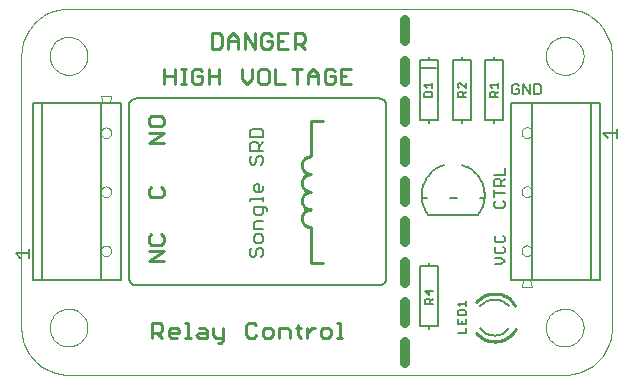
<source format=gto>
G75*
G70*
%OFA0B0*%
%FSLAX24Y24*%
%IPPOS*%
%LPD*%
%AMOC8*
5,1,8,0,0,1.08239X$1,22.5*
%
%ADD10C,0.0060*%
%ADD11C,0.0090*%
%ADD12C,0.0080*%
%ADD13C,0.0320*%
%ADD14C,0.0100*%
%ADD15C,0.0050*%
%ADD16C,0.0030*%
%ADD17C,0.0000*%
D10*
X003516Y006565D02*
X003516Y012471D01*
X003807Y012471D01*
X003807Y006565D01*
X003516Y006565D01*
X003807Y006565D02*
X005788Y006565D01*
X005788Y012471D01*
X005841Y012471D01*
X006073Y012471D01*
X006469Y012471D01*
X006469Y006565D01*
X005788Y006565D01*
X005788Y012471D02*
X003807Y012471D01*
X018899Y010091D02*
X019240Y010091D01*
X019240Y010318D01*
X019240Y009950D02*
X019126Y009836D01*
X019126Y009893D02*
X019126Y009723D01*
X019240Y009723D02*
X018899Y009723D01*
X018899Y009893D01*
X018956Y009950D01*
X019070Y009950D01*
X019126Y009893D01*
X018899Y009581D02*
X018899Y009354D01*
X018899Y009468D02*
X019240Y009468D01*
X019183Y009213D02*
X019240Y009156D01*
X019240Y009043D01*
X019183Y008986D01*
X018956Y008986D01*
X018899Y009043D01*
X018899Y009156D01*
X018956Y009213D01*
X018968Y008059D02*
X018911Y008002D01*
X018911Y007889D01*
X018968Y007832D01*
X019195Y007832D01*
X019251Y007889D01*
X019251Y008002D01*
X019195Y008059D01*
X019195Y007691D02*
X019251Y007634D01*
X019251Y007521D01*
X019195Y007464D01*
X018968Y007464D01*
X018911Y007521D01*
X018911Y007634D01*
X018968Y007691D01*
X018911Y007322D02*
X019138Y007322D01*
X019251Y007209D01*
X019138Y007096D01*
X018911Y007096D01*
X019471Y006568D02*
X019867Y006568D01*
X020099Y006568D01*
X020153Y006568D01*
X020153Y012474D01*
X022133Y012474D01*
X022133Y006568D01*
X020153Y006568D01*
X019471Y006568D02*
X019471Y012474D01*
X020153Y012474D01*
X020092Y012761D02*
X020092Y013101D01*
X020233Y013101D02*
X020403Y013101D01*
X020460Y013045D01*
X020460Y012818D01*
X020403Y012761D01*
X020233Y012761D01*
X020233Y013101D01*
X019865Y013101D02*
X020092Y012761D01*
X019865Y012761D02*
X019865Y013101D01*
X019723Y013045D02*
X019667Y013101D01*
X019553Y013101D01*
X019497Y013045D01*
X019497Y012818D01*
X019553Y012761D01*
X019667Y012761D01*
X019723Y012818D01*
X019723Y012931D01*
X019610Y012931D01*
X022133Y012474D02*
X022424Y012474D01*
X022424Y006568D01*
X022133Y006568D01*
X018906Y004725D02*
X018859Y004727D01*
X018811Y004733D01*
X018765Y004742D01*
X018719Y004755D01*
X018675Y004771D01*
X018631Y004792D01*
X018590Y004815D01*
X018551Y004841D01*
X018514Y004871D01*
X018479Y004904D01*
X018447Y004939D01*
X018418Y004976D01*
X018906Y005925D02*
X018951Y005923D01*
X018997Y005918D01*
X019041Y005910D01*
X019085Y005898D01*
X019128Y005882D01*
X019170Y005864D01*
X019210Y005842D01*
X019248Y005818D01*
X019284Y005791D01*
X019319Y005761D01*
X019350Y005728D01*
X019380Y005693D01*
X018906Y005925D02*
X018861Y005923D01*
X018815Y005918D01*
X018771Y005910D01*
X018727Y005898D01*
X018684Y005882D01*
X018642Y005864D01*
X018602Y005842D01*
X018564Y005818D01*
X018528Y005791D01*
X018493Y005761D01*
X018462Y005728D01*
X018432Y005693D01*
X018906Y004725D02*
X018952Y004727D01*
X018998Y004732D01*
X019044Y004741D01*
X019089Y004753D01*
X019132Y004769D01*
X019174Y004788D01*
X019215Y004811D01*
X019254Y004836D01*
X019290Y004864D01*
X019325Y004895D01*
X019357Y004929D01*
X019386Y004965D01*
D11*
X013838Y004645D02*
X013667Y004645D01*
X013752Y004645D02*
X013752Y005155D01*
X013667Y005155D01*
X013455Y004900D02*
X013370Y004985D01*
X013200Y004985D01*
X013115Y004900D01*
X013115Y004730D01*
X013200Y004645D01*
X013370Y004645D01*
X013455Y004730D01*
X013455Y004900D01*
X012910Y004985D02*
X012825Y004985D01*
X012655Y004815D01*
X012655Y004645D02*
X012655Y004985D01*
X012456Y004985D02*
X012286Y004985D01*
X012371Y005070D02*
X012371Y004730D01*
X012456Y004645D01*
X012074Y004645D02*
X012074Y004900D01*
X011989Y004985D01*
X011734Y004985D01*
X011734Y004645D01*
X011522Y004730D02*
X011522Y004900D01*
X011437Y004985D01*
X011266Y004985D01*
X011181Y004900D01*
X011181Y004730D01*
X011266Y004645D01*
X011437Y004645D01*
X011522Y004730D01*
X010969Y004730D02*
X010884Y004645D01*
X010714Y004645D01*
X010629Y004730D01*
X010629Y005070D01*
X010714Y005155D01*
X010884Y005155D01*
X010969Y005070D01*
X009864Y004985D02*
X009864Y004560D01*
X009779Y004475D01*
X009694Y004475D01*
X009609Y004645D02*
X009864Y004645D01*
X009609Y004645D02*
X009524Y004730D01*
X009524Y004985D01*
X009312Y004900D02*
X009312Y004645D01*
X009056Y004645D01*
X008971Y004730D01*
X009056Y004815D01*
X009312Y004815D01*
X009312Y004900D02*
X009227Y004985D01*
X009056Y004985D01*
X008688Y005155D02*
X008688Y004645D01*
X008603Y004645D02*
X008773Y004645D01*
X008391Y004815D02*
X008051Y004815D01*
X008051Y004730D02*
X008051Y004900D01*
X008136Y004985D01*
X008306Y004985D01*
X008391Y004900D01*
X008391Y004815D01*
X008306Y004645D02*
X008136Y004645D01*
X008051Y004730D01*
X007838Y004645D02*
X007668Y004815D01*
X007753Y004815D02*
X007498Y004815D01*
X007498Y004645D02*
X007498Y005155D01*
X007753Y005155D01*
X007838Y005070D01*
X007838Y004900D01*
X007753Y004815D01*
X008603Y005155D02*
X008688Y005155D01*
X007883Y007206D02*
X007373Y007206D01*
X007883Y007546D01*
X007373Y007546D01*
X007458Y007759D02*
X007798Y007759D01*
X007883Y007844D01*
X007883Y008014D01*
X007798Y008099D01*
X007458Y008099D02*
X007373Y008014D01*
X007373Y007844D01*
X007458Y007759D01*
X007458Y009333D02*
X007798Y009333D01*
X007883Y009418D01*
X007883Y009589D01*
X007798Y009674D01*
X007458Y009674D02*
X007373Y009589D01*
X007373Y009418D01*
X007458Y009333D01*
X007373Y011143D02*
X007883Y011483D01*
X007373Y011483D01*
X007458Y011696D02*
X007798Y011696D01*
X007883Y011781D01*
X007883Y011951D01*
X007798Y012036D01*
X007458Y012036D01*
X007373Y011951D01*
X007373Y011781D01*
X007458Y011696D01*
X007373Y011143D02*
X007883Y011143D01*
X007904Y013106D02*
X007904Y013617D01*
X008244Y013617D02*
X008244Y013106D01*
X008457Y013106D02*
X008627Y013106D01*
X008542Y013106D02*
X008542Y013617D01*
X008457Y013617D02*
X008627Y013617D01*
X008825Y013532D02*
X008825Y013191D01*
X008910Y013106D01*
X009080Y013106D01*
X009165Y013191D01*
X009165Y013362D01*
X008995Y013362D01*
X009165Y013532D02*
X009080Y013617D01*
X008910Y013617D01*
X008825Y013532D01*
X009377Y013617D02*
X009377Y013106D01*
X009377Y013362D02*
X009718Y013362D01*
X009718Y013617D02*
X009718Y013106D01*
X010482Y013276D02*
X010482Y013617D01*
X010823Y013617D02*
X010823Y013276D01*
X010652Y013106D01*
X010482Y013276D01*
X011035Y013191D02*
X011120Y013106D01*
X011290Y013106D01*
X011375Y013191D01*
X011375Y013532D01*
X011290Y013617D01*
X011120Y013617D01*
X011035Y013532D01*
X011035Y013191D01*
X011587Y013106D02*
X011927Y013106D01*
X011587Y013106D02*
X011587Y013617D01*
X012140Y013617D02*
X012480Y013617D01*
X012310Y013617D02*
X012310Y013106D01*
X012692Y013106D02*
X012692Y013447D01*
X012862Y013617D01*
X013032Y013447D01*
X013032Y013106D01*
X013245Y013191D02*
X013330Y013106D01*
X013500Y013106D01*
X013585Y013191D01*
X013585Y013362D01*
X013415Y013362D01*
X013585Y013532D02*
X013500Y013617D01*
X013330Y013617D01*
X013245Y013532D01*
X013245Y013191D01*
X013032Y013362D02*
X012692Y013362D01*
X013797Y013362D02*
X013967Y013362D01*
X013797Y013617D02*
X013797Y013106D01*
X014137Y013106D01*
X014137Y013617D02*
X013797Y013617D01*
X012582Y014287D02*
X012411Y014458D01*
X012496Y014458D02*
X012241Y014458D01*
X012241Y014287D02*
X012241Y014798D01*
X012496Y014798D01*
X012582Y014713D01*
X012582Y014543D01*
X012496Y014458D01*
X012029Y014287D02*
X011689Y014287D01*
X011689Y014798D01*
X012029Y014798D01*
X011859Y014543D02*
X011689Y014543D01*
X011477Y014543D02*
X011477Y014372D01*
X011391Y014287D01*
X011221Y014287D01*
X011136Y014372D01*
X011136Y014713D01*
X011221Y014798D01*
X011391Y014798D01*
X011477Y014713D01*
X011477Y014543D02*
X011306Y014543D01*
X010924Y014287D02*
X010924Y014798D01*
X010584Y014798D02*
X010924Y014287D01*
X010584Y014287D02*
X010584Y014798D01*
X010372Y014628D02*
X010372Y014287D01*
X010372Y014543D02*
X010031Y014543D01*
X010031Y014628D02*
X010031Y014287D01*
X009819Y014372D02*
X009819Y014713D01*
X009734Y014798D01*
X009479Y014798D01*
X009479Y014287D01*
X009734Y014287D01*
X009819Y014372D01*
X010031Y014628D02*
X010201Y014798D01*
X010372Y014628D01*
X008244Y013362D02*
X007904Y013362D01*
D12*
X006957Y012628D02*
X015060Y012628D01*
X015089Y012626D01*
X015117Y012621D01*
X015145Y012612D01*
X015172Y012601D01*
X015196Y012586D01*
X015219Y012568D01*
X015240Y012547D01*
X015258Y012524D01*
X015273Y012500D01*
X015284Y012473D01*
X015293Y012445D01*
X015298Y012417D01*
X015300Y012388D01*
X015300Y006648D01*
X015298Y006619D01*
X015293Y006591D01*
X015284Y006563D01*
X015273Y006536D01*
X015258Y006512D01*
X015240Y006489D01*
X015219Y006468D01*
X015196Y006450D01*
X015172Y006435D01*
X015145Y006424D01*
X015117Y006415D01*
X015089Y006410D01*
X015060Y006408D01*
X006957Y006408D01*
X006928Y006410D01*
X006900Y006415D01*
X006872Y006424D01*
X006845Y006435D01*
X006821Y006450D01*
X006798Y006468D01*
X006777Y006489D01*
X006759Y006512D01*
X006744Y006536D01*
X006733Y006563D01*
X006724Y006591D01*
X006719Y006619D01*
X006717Y006648D01*
X006717Y012388D01*
X006719Y012417D01*
X006724Y012445D01*
X006733Y012473D01*
X006744Y012500D01*
X006759Y012524D01*
X006777Y012547D01*
X006798Y012568D01*
X006821Y012586D01*
X006845Y012601D01*
X006872Y012612D01*
X006900Y012621D01*
X006928Y012626D01*
X006957Y012628D01*
X010760Y011554D02*
X010760Y011344D01*
X011180Y011344D01*
X011180Y011554D01*
X011110Y011624D01*
X010830Y011624D01*
X010760Y011554D01*
X010830Y011163D02*
X010760Y011093D01*
X010760Y010883D01*
X011180Y010883D01*
X011040Y010883D02*
X011040Y011093D01*
X010970Y011163D01*
X010830Y011163D01*
X011040Y011023D02*
X011180Y011163D01*
X011110Y010703D02*
X011040Y010703D01*
X010970Y010633D01*
X010970Y010493D01*
X010900Y010423D01*
X010830Y010423D01*
X010760Y010493D01*
X010760Y010633D01*
X010830Y010703D01*
X011110Y010703D02*
X011180Y010633D01*
X011180Y010493D01*
X011110Y010423D01*
X011040Y009782D02*
X011040Y009502D01*
X010970Y009502D02*
X010900Y009572D01*
X010900Y009712D01*
X010970Y009782D01*
X011040Y009782D01*
X011180Y009712D02*
X011180Y009572D01*
X011110Y009502D01*
X010970Y009502D01*
X011180Y009335D02*
X011180Y009195D01*
X011180Y009265D02*
X010760Y009265D01*
X010760Y009195D01*
X010900Y009015D02*
X010900Y008805D01*
X010970Y008735D01*
X011110Y008735D01*
X011180Y008805D01*
X011180Y009015D01*
X011251Y009015D02*
X010900Y009015D01*
X011251Y009015D02*
X011321Y008945D01*
X011321Y008875D01*
X011180Y008555D02*
X010970Y008555D01*
X010900Y008484D01*
X010900Y008274D01*
X011180Y008274D01*
X011110Y008094D02*
X010970Y008094D01*
X010900Y008024D01*
X010900Y007884D01*
X010970Y007814D01*
X011110Y007814D01*
X011180Y007884D01*
X011180Y008024D01*
X011110Y008094D01*
X011110Y007634D02*
X011040Y007634D01*
X010970Y007564D01*
X010970Y007424D01*
X010900Y007354D01*
X010830Y007354D01*
X010760Y007424D01*
X010760Y007564D01*
X010830Y007634D01*
X011110Y007634D02*
X011180Y007564D01*
X011180Y007424D01*
X011110Y007354D01*
X016409Y007038D02*
X016409Y005038D01*
X016709Y005038D01*
X016709Y004938D01*
X016709Y005038D02*
X017009Y005038D01*
X017009Y007038D01*
X016709Y007038D01*
X016709Y007138D01*
X016709Y007038D02*
X016409Y007038D01*
X016709Y011800D02*
X016709Y011900D01*
X016409Y011900D01*
X016409Y013900D01*
X016709Y013900D01*
X016709Y014000D01*
X016709Y013900D02*
X017009Y013900D01*
X017009Y011900D01*
X016709Y011900D01*
X017524Y011900D02*
X017824Y011900D01*
X017824Y011800D01*
X017824Y011900D02*
X018124Y011900D01*
X018124Y013900D01*
X017824Y013900D01*
X017824Y014000D01*
X017824Y013900D02*
X017524Y013900D01*
X017524Y011900D01*
X018591Y011900D02*
X018891Y011900D01*
X018891Y011800D01*
X018891Y011900D02*
X019191Y011900D01*
X019191Y013900D01*
X018891Y013900D01*
X018891Y014000D01*
X018891Y013900D02*
X018591Y013900D01*
X018591Y011900D01*
X016959Y013650D02*
X016459Y013650D01*
D13*
X015930Y013887D02*
X015930Y013187D01*
X015930Y012547D02*
X015930Y011848D01*
X015930Y011208D02*
X015930Y010508D01*
X015930Y009868D02*
X015930Y009168D01*
X015930Y008528D02*
X015930Y007828D01*
X015930Y007188D02*
X015930Y006489D01*
X015930Y005849D02*
X015930Y005149D01*
X015930Y004509D02*
X015930Y003809D01*
X015930Y014527D02*
X015930Y015227D01*
D14*
X013174Y011880D02*
X012780Y011880D01*
X012780Y010699D01*
X012747Y010697D01*
X012714Y010692D01*
X012683Y010682D01*
X012652Y010670D01*
X012623Y010654D01*
X012596Y010635D01*
X012571Y010613D01*
X012549Y010588D01*
X012530Y010561D01*
X012514Y010532D01*
X012502Y010501D01*
X012492Y010470D01*
X012487Y010437D01*
X012485Y010404D01*
X012487Y010371D01*
X012492Y010338D01*
X012502Y010307D01*
X012514Y010276D01*
X012530Y010247D01*
X012549Y010220D01*
X012571Y010195D01*
X012596Y010173D01*
X012623Y010154D01*
X012652Y010138D01*
X012683Y010126D01*
X012714Y010116D01*
X012747Y010111D01*
X012780Y010109D01*
X012780Y010108D02*
X012747Y010106D01*
X012714Y010101D01*
X012683Y010091D01*
X012652Y010079D01*
X012623Y010063D01*
X012596Y010044D01*
X012571Y010022D01*
X012549Y009997D01*
X012530Y009970D01*
X012514Y009941D01*
X012502Y009910D01*
X012492Y009879D01*
X012487Y009846D01*
X012485Y009813D01*
X012487Y009780D01*
X012492Y009747D01*
X012502Y009716D01*
X012514Y009685D01*
X012530Y009656D01*
X012549Y009629D01*
X012571Y009604D01*
X012596Y009582D01*
X012623Y009563D01*
X012652Y009547D01*
X012683Y009535D01*
X012714Y009525D01*
X012747Y009520D01*
X012780Y009518D01*
X012747Y009516D01*
X012714Y009511D01*
X012683Y009501D01*
X012652Y009489D01*
X012623Y009473D01*
X012596Y009454D01*
X012571Y009432D01*
X012549Y009407D01*
X012530Y009380D01*
X012514Y009351D01*
X012502Y009320D01*
X012492Y009289D01*
X012487Y009256D01*
X012485Y009223D01*
X012487Y009190D01*
X012492Y009157D01*
X012502Y009126D01*
X012514Y009095D01*
X012530Y009066D01*
X012549Y009039D01*
X012571Y009014D01*
X012596Y008992D01*
X012623Y008973D01*
X012652Y008957D01*
X012683Y008945D01*
X012714Y008935D01*
X012747Y008930D01*
X012780Y008928D01*
X012780Y008927D02*
X012747Y008925D01*
X012714Y008920D01*
X012683Y008910D01*
X012652Y008898D01*
X012623Y008882D01*
X012596Y008863D01*
X012571Y008841D01*
X012549Y008816D01*
X012530Y008789D01*
X012514Y008760D01*
X012502Y008729D01*
X012492Y008698D01*
X012487Y008665D01*
X012485Y008632D01*
X012487Y008599D01*
X012492Y008566D01*
X012502Y008535D01*
X012514Y008504D01*
X012530Y008475D01*
X012549Y008448D01*
X012571Y008423D01*
X012596Y008401D01*
X012623Y008382D01*
X012652Y008366D01*
X012683Y008354D01*
X012714Y008344D01*
X012747Y008339D01*
X012780Y008337D01*
X012780Y007156D01*
X013174Y007156D01*
X018906Y004525D02*
X018960Y004527D01*
X019014Y004532D01*
X019067Y004541D01*
X019120Y004554D01*
X019171Y004570D01*
X019221Y004590D01*
X019270Y004613D01*
X019318Y004639D01*
X019363Y004668D01*
X019406Y004701D01*
X019447Y004736D01*
X019486Y004774D01*
X019522Y004814D01*
X019555Y004857D01*
X019585Y004902D01*
X019612Y004949D01*
X019601Y005722D02*
X019571Y005770D01*
X019538Y005815D01*
X019502Y005858D01*
X019464Y005899D01*
X019422Y005936D01*
X019378Y005971D01*
X019332Y006002D01*
X019283Y006031D01*
X019233Y006055D01*
X019181Y006076D01*
X019127Y006094D01*
X019073Y006107D01*
X019018Y006117D01*
X018962Y006123D01*
X018906Y006125D01*
X018853Y006123D01*
X018799Y006118D01*
X018747Y006109D01*
X018695Y006097D01*
X018644Y006081D01*
X018594Y006062D01*
X018545Y006039D01*
X018498Y006013D01*
X018453Y005985D01*
X018410Y005953D01*
X018370Y005919D01*
X018331Y005881D01*
X018295Y005842D01*
X018291Y004813D02*
X018327Y004773D01*
X018366Y004735D01*
X018407Y004700D01*
X018450Y004668D01*
X018495Y004638D01*
X018542Y004612D01*
X018591Y004590D01*
X018642Y004570D01*
X018693Y004554D01*
X018745Y004541D01*
X018799Y004532D01*
X018852Y004527D01*
X018906Y004525D01*
D15*
X017948Y004811D02*
X017948Y004992D01*
X017948Y005106D02*
X017678Y005106D01*
X017678Y005286D01*
X017678Y005401D02*
X017678Y005536D01*
X017723Y005581D01*
X017903Y005581D01*
X017948Y005536D01*
X017948Y005401D01*
X017678Y005401D01*
X017813Y005196D02*
X017813Y005106D01*
X017948Y005106D02*
X017948Y005286D01*
X017948Y005695D02*
X017948Y005876D01*
X017948Y005785D02*
X017678Y005785D01*
X017768Y005695D01*
X016854Y005773D02*
X016584Y005773D01*
X016584Y005908D01*
X016629Y005954D01*
X016719Y005954D01*
X016764Y005908D01*
X016764Y005773D01*
X016764Y005863D02*
X016854Y005954D01*
X016719Y006068D02*
X016719Y006248D01*
X016584Y006203D02*
X016719Y006068D01*
X016854Y006203D02*
X016584Y006203D01*
X017678Y004811D02*
X017948Y004811D01*
X018353Y008750D02*
X016704Y008750D01*
X016641Y009300D02*
X016483Y009300D01*
X017416Y009300D02*
X017641Y009300D01*
X016703Y008750D02*
X016668Y008798D01*
X016635Y008848D01*
X016604Y008900D01*
X016577Y008954D01*
X016553Y009009D01*
X016533Y009066D01*
X016515Y009123D01*
X016501Y009181D01*
X016490Y009240D01*
X016483Y009300D01*
X017838Y010403D02*
X017898Y010383D01*
X017957Y010359D01*
X018014Y010331D01*
X018069Y010300D01*
X018123Y010265D01*
X018174Y010228D01*
X018223Y010187D01*
X018269Y010143D01*
X018313Y010097D01*
X018354Y010048D01*
X018392Y009997D01*
X018426Y009944D01*
X018458Y009888D01*
X018485Y009831D01*
X018510Y009772D01*
X018530Y009712D01*
X018548Y009651D01*
X018561Y009589D01*
X018570Y009526D01*
X018576Y009463D01*
X018578Y009399D01*
X018576Y009335D01*
X018570Y009272D01*
X018561Y009209D01*
X018547Y009147D01*
X018530Y009086D01*
X018509Y009026D01*
X018485Y008967D01*
X018457Y008910D01*
X018425Y008854D01*
X018390Y008801D01*
X018353Y008750D01*
X018416Y009300D02*
X018574Y009300D01*
X017218Y010403D02*
X017159Y010383D01*
X017102Y010360D01*
X017045Y010333D01*
X016991Y010302D01*
X016938Y010269D01*
X016888Y010232D01*
X016839Y010193D01*
X016794Y010150D01*
X016750Y010105D01*
X016710Y010058D01*
X016672Y010008D01*
X016637Y009956D01*
X016606Y009902D01*
X016578Y009847D01*
X016553Y009790D01*
X016532Y009731D01*
X016514Y009671D01*
X016499Y009610D01*
X016489Y009549D01*
X016482Y009487D01*
X016478Y009425D01*
X016479Y009362D01*
X016483Y009300D01*
X016564Y012675D02*
X016564Y012810D01*
X016609Y012855D01*
X016789Y012855D01*
X016834Y012810D01*
X016834Y012675D01*
X016564Y012675D01*
X016654Y012970D02*
X016564Y013060D01*
X016834Y013060D01*
X016834Y012970D02*
X016834Y013150D01*
X017678Y013105D02*
X017678Y013015D01*
X017723Y012970D01*
X017723Y012855D02*
X017814Y012855D01*
X017859Y012810D01*
X017859Y012675D01*
X017949Y012675D02*
X017678Y012675D01*
X017678Y012810D01*
X017723Y012855D01*
X017859Y012765D02*
X017949Y012855D01*
X017949Y012970D02*
X017768Y013150D01*
X017723Y013150D01*
X017678Y013105D01*
X017949Y013150D02*
X017949Y012970D01*
X018745Y013060D02*
X018835Y012970D01*
X018790Y012855D02*
X018880Y012855D01*
X018925Y012810D01*
X018925Y012675D01*
X018925Y012765D02*
X019016Y012855D01*
X019016Y012970D02*
X019016Y013150D01*
X019016Y013060D02*
X018745Y013060D01*
X018790Y012855D02*
X018745Y012810D01*
X018745Y012675D01*
X019016Y012675D01*
X022539Y011468D02*
X022990Y011468D01*
X022990Y011618D02*
X022990Y011317D01*
X022689Y011317D02*
X022539Y011468D01*
X003400Y007611D02*
X003400Y007311D01*
X003400Y007461D02*
X002950Y007461D01*
X003100Y007311D01*
D16*
X005780Y007549D02*
X005782Y007575D01*
X005788Y007601D01*
X005798Y007626D01*
X005811Y007649D01*
X005827Y007669D01*
X005847Y007687D01*
X005869Y007702D01*
X005892Y007714D01*
X005918Y007722D01*
X005944Y007726D01*
X005970Y007726D01*
X005996Y007722D01*
X006022Y007714D01*
X006046Y007702D01*
X006067Y007687D01*
X006087Y007669D01*
X006103Y007649D01*
X006116Y007626D01*
X006126Y007601D01*
X006132Y007575D01*
X006134Y007549D01*
X006132Y007523D01*
X006126Y007497D01*
X006116Y007472D01*
X006103Y007449D01*
X006087Y007429D01*
X006067Y007411D01*
X006045Y007396D01*
X006022Y007384D01*
X005996Y007376D01*
X005970Y007372D01*
X005944Y007372D01*
X005918Y007376D01*
X005892Y007384D01*
X005868Y007396D01*
X005847Y007411D01*
X005827Y007429D01*
X005811Y007449D01*
X005798Y007472D01*
X005788Y007497D01*
X005782Y007523D01*
X005780Y007549D01*
X005780Y009518D02*
X005782Y009544D01*
X005788Y009570D01*
X005798Y009595D01*
X005811Y009618D01*
X005827Y009638D01*
X005847Y009656D01*
X005869Y009671D01*
X005892Y009683D01*
X005918Y009691D01*
X005944Y009695D01*
X005970Y009695D01*
X005996Y009691D01*
X006022Y009683D01*
X006046Y009671D01*
X006067Y009656D01*
X006087Y009638D01*
X006103Y009618D01*
X006116Y009595D01*
X006126Y009570D01*
X006132Y009544D01*
X006134Y009518D01*
X006132Y009492D01*
X006126Y009466D01*
X006116Y009441D01*
X006103Y009418D01*
X006087Y009398D01*
X006067Y009380D01*
X006045Y009365D01*
X006022Y009353D01*
X005996Y009345D01*
X005970Y009341D01*
X005944Y009341D01*
X005918Y009345D01*
X005892Y009353D01*
X005868Y009365D01*
X005847Y009380D01*
X005827Y009398D01*
X005811Y009418D01*
X005798Y009441D01*
X005788Y009466D01*
X005782Y009492D01*
X005780Y009518D01*
X005780Y011486D02*
X005782Y011512D01*
X005788Y011538D01*
X005798Y011563D01*
X005811Y011586D01*
X005827Y011606D01*
X005847Y011624D01*
X005869Y011639D01*
X005892Y011651D01*
X005918Y011659D01*
X005944Y011663D01*
X005970Y011663D01*
X005996Y011659D01*
X006022Y011651D01*
X006046Y011639D01*
X006067Y011624D01*
X006087Y011606D01*
X006103Y011586D01*
X006116Y011563D01*
X006126Y011538D01*
X006132Y011512D01*
X006134Y011486D01*
X006132Y011460D01*
X006126Y011434D01*
X006116Y011409D01*
X006103Y011386D01*
X006087Y011366D01*
X006067Y011348D01*
X006045Y011333D01*
X006022Y011321D01*
X005996Y011313D01*
X005970Y011309D01*
X005944Y011309D01*
X005918Y011313D01*
X005892Y011321D01*
X005868Y011333D01*
X005847Y011348D01*
X005827Y011366D01*
X005811Y011386D01*
X005798Y011409D01*
X005788Y011434D01*
X005782Y011460D01*
X005780Y011486D01*
X005841Y012471D02*
X005780Y012699D01*
X006134Y012699D01*
X006073Y012471D01*
X019806Y011489D02*
X019808Y011515D01*
X019814Y011541D01*
X019824Y011566D01*
X019837Y011589D01*
X019853Y011609D01*
X019873Y011627D01*
X019895Y011642D01*
X019918Y011654D01*
X019944Y011662D01*
X019970Y011666D01*
X019996Y011666D01*
X020022Y011662D01*
X020048Y011654D01*
X020072Y011642D01*
X020093Y011627D01*
X020113Y011609D01*
X020129Y011589D01*
X020142Y011566D01*
X020152Y011541D01*
X020158Y011515D01*
X020160Y011489D01*
X020158Y011463D01*
X020152Y011437D01*
X020142Y011412D01*
X020129Y011389D01*
X020113Y011369D01*
X020093Y011351D01*
X020071Y011336D01*
X020048Y011324D01*
X020022Y011316D01*
X019996Y011312D01*
X019970Y011312D01*
X019944Y011316D01*
X019918Y011324D01*
X019894Y011336D01*
X019873Y011351D01*
X019853Y011369D01*
X019837Y011389D01*
X019824Y011412D01*
X019814Y011437D01*
X019808Y011463D01*
X019806Y011489D01*
X019806Y009521D02*
X019808Y009547D01*
X019814Y009573D01*
X019824Y009598D01*
X019837Y009621D01*
X019853Y009641D01*
X019873Y009659D01*
X019895Y009674D01*
X019918Y009686D01*
X019944Y009694D01*
X019970Y009698D01*
X019996Y009698D01*
X020022Y009694D01*
X020048Y009686D01*
X020072Y009674D01*
X020093Y009659D01*
X020113Y009641D01*
X020129Y009621D01*
X020142Y009598D01*
X020152Y009573D01*
X020158Y009547D01*
X020160Y009521D01*
X020158Y009495D01*
X020152Y009469D01*
X020142Y009444D01*
X020129Y009421D01*
X020113Y009401D01*
X020093Y009383D01*
X020071Y009368D01*
X020048Y009356D01*
X020022Y009348D01*
X019996Y009344D01*
X019970Y009344D01*
X019944Y009348D01*
X019918Y009356D01*
X019894Y009368D01*
X019873Y009383D01*
X019853Y009401D01*
X019837Y009421D01*
X019824Y009444D01*
X019814Y009469D01*
X019808Y009495D01*
X019806Y009521D01*
X019806Y007552D02*
X019808Y007578D01*
X019814Y007604D01*
X019824Y007629D01*
X019837Y007652D01*
X019853Y007672D01*
X019873Y007690D01*
X019895Y007705D01*
X019918Y007717D01*
X019944Y007725D01*
X019970Y007729D01*
X019996Y007729D01*
X020022Y007725D01*
X020048Y007717D01*
X020072Y007705D01*
X020093Y007690D01*
X020113Y007672D01*
X020129Y007652D01*
X020142Y007629D01*
X020152Y007604D01*
X020158Y007578D01*
X020160Y007552D01*
X020158Y007526D01*
X020152Y007500D01*
X020142Y007475D01*
X020129Y007452D01*
X020113Y007432D01*
X020093Y007414D01*
X020071Y007399D01*
X020048Y007387D01*
X020022Y007379D01*
X019996Y007375D01*
X019970Y007375D01*
X019944Y007379D01*
X019918Y007387D01*
X019894Y007399D01*
X019873Y007414D01*
X019853Y007432D01*
X019837Y007452D01*
X019824Y007475D01*
X019814Y007500D01*
X019808Y007526D01*
X019806Y007552D01*
X019867Y006568D02*
X019806Y006340D01*
X020160Y006340D01*
X020099Y006568D01*
D17*
X021245Y003416D02*
X004709Y003416D01*
X004079Y004990D02*
X004081Y005040D01*
X004087Y005090D01*
X004097Y005139D01*
X004111Y005187D01*
X004128Y005234D01*
X004149Y005279D01*
X004174Y005323D01*
X004202Y005364D01*
X004234Y005403D01*
X004268Y005440D01*
X004305Y005474D01*
X004345Y005504D01*
X004387Y005531D01*
X004431Y005555D01*
X004477Y005576D01*
X004524Y005592D01*
X004572Y005605D01*
X004622Y005614D01*
X004671Y005619D01*
X004722Y005620D01*
X004772Y005617D01*
X004821Y005610D01*
X004870Y005599D01*
X004918Y005584D01*
X004964Y005566D01*
X005009Y005544D01*
X005052Y005518D01*
X005093Y005489D01*
X005132Y005457D01*
X005168Y005422D01*
X005200Y005384D01*
X005230Y005344D01*
X005257Y005301D01*
X005280Y005257D01*
X005299Y005211D01*
X005315Y005163D01*
X005327Y005114D01*
X005335Y005065D01*
X005339Y005015D01*
X005339Y004965D01*
X005335Y004915D01*
X005327Y004866D01*
X005315Y004817D01*
X005299Y004769D01*
X005280Y004723D01*
X005257Y004679D01*
X005230Y004636D01*
X005200Y004596D01*
X005168Y004558D01*
X005132Y004523D01*
X005093Y004491D01*
X005052Y004462D01*
X005009Y004436D01*
X004964Y004414D01*
X004918Y004396D01*
X004870Y004381D01*
X004821Y004370D01*
X004772Y004363D01*
X004722Y004360D01*
X004671Y004361D01*
X004622Y004366D01*
X004572Y004375D01*
X004524Y004388D01*
X004477Y004404D01*
X004431Y004425D01*
X004387Y004449D01*
X004345Y004476D01*
X004305Y004506D01*
X004268Y004540D01*
X004234Y004577D01*
X004202Y004616D01*
X004174Y004657D01*
X004149Y004701D01*
X004128Y004746D01*
X004111Y004793D01*
X004097Y004841D01*
X004087Y004890D01*
X004081Y004940D01*
X004079Y004990D01*
X003134Y004990D02*
X003136Y004913D01*
X003142Y004836D01*
X003151Y004759D01*
X003164Y004683D01*
X003181Y004607D01*
X003202Y004533D01*
X003226Y004459D01*
X003254Y004387D01*
X003285Y004317D01*
X003320Y004248D01*
X003358Y004180D01*
X003399Y004115D01*
X003444Y004052D01*
X003492Y003991D01*
X003542Y003932D01*
X003595Y003876D01*
X003651Y003823D01*
X003710Y003773D01*
X003771Y003725D01*
X003834Y003680D01*
X003899Y003639D01*
X003967Y003601D01*
X004036Y003566D01*
X004106Y003535D01*
X004178Y003507D01*
X004252Y003483D01*
X004326Y003462D01*
X004402Y003445D01*
X004478Y003432D01*
X004555Y003423D01*
X004632Y003417D01*
X004709Y003415D01*
X003135Y004990D02*
X003135Y014046D01*
X004079Y014046D02*
X004081Y014096D01*
X004087Y014146D01*
X004097Y014195D01*
X004111Y014243D01*
X004128Y014290D01*
X004149Y014335D01*
X004174Y014379D01*
X004202Y014420D01*
X004234Y014459D01*
X004268Y014496D01*
X004305Y014530D01*
X004345Y014560D01*
X004387Y014587D01*
X004431Y014611D01*
X004477Y014632D01*
X004524Y014648D01*
X004572Y014661D01*
X004622Y014670D01*
X004671Y014675D01*
X004722Y014676D01*
X004772Y014673D01*
X004821Y014666D01*
X004870Y014655D01*
X004918Y014640D01*
X004964Y014622D01*
X005009Y014600D01*
X005052Y014574D01*
X005093Y014545D01*
X005132Y014513D01*
X005168Y014478D01*
X005200Y014440D01*
X005230Y014400D01*
X005257Y014357D01*
X005280Y014313D01*
X005299Y014267D01*
X005315Y014219D01*
X005327Y014170D01*
X005335Y014121D01*
X005339Y014071D01*
X005339Y014021D01*
X005335Y013971D01*
X005327Y013922D01*
X005315Y013873D01*
X005299Y013825D01*
X005280Y013779D01*
X005257Y013735D01*
X005230Y013692D01*
X005200Y013652D01*
X005168Y013614D01*
X005132Y013579D01*
X005093Y013547D01*
X005052Y013518D01*
X005009Y013492D01*
X004964Y013470D01*
X004918Y013452D01*
X004870Y013437D01*
X004821Y013426D01*
X004772Y013419D01*
X004722Y013416D01*
X004671Y013417D01*
X004622Y013422D01*
X004572Y013431D01*
X004524Y013444D01*
X004477Y013460D01*
X004431Y013481D01*
X004387Y013505D01*
X004345Y013532D01*
X004305Y013562D01*
X004268Y013596D01*
X004234Y013633D01*
X004202Y013672D01*
X004174Y013713D01*
X004149Y013757D01*
X004128Y013802D01*
X004111Y013849D01*
X004097Y013897D01*
X004087Y013946D01*
X004081Y013996D01*
X004079Y014046D01*
X003134Y014046D02*
X003136Y014123D01*
X003142Y014200D01*
X003151Y014277D01*
X003164Y014353D01*
X003181Y014429D01*
X003202Y014503D01*
X003226Y014577D01*
X003254Y014649D01*
X003285Y014719D01*
X003320Y014788D01*
X003358Y014856D01*
X003399Y014921D01*
X003444Y014984D01*
X003492Y015045D01*
X003542Y015104D01*
X003595Y015160D01*
X003651Y015213D01*
X003710Y015263D01*
X003771Y015311D01*
X003834Y015356D01*
X003899Y015397D01*
X003967Y015435D01*
X004036Y015470D01*
X004106Y015501D01*
X004178Y015529D01*
X004252Y015553D01*
X004326Y015574D01*
X004402Y015591D01*
X004478Y015604D01*
X004555Y015613D01*
X004632Y015619D01*
X004709Y015621D01*
X004709Y015620D02*
X021245Y015620D01*
X020615Y014046D02*
X020617Y014096D01*
X020623Y014146D01*
X020633Y014195D01*
X020647Y014243D01*
X020664Y014290D01*
X020685Y014335D01*
X020710Y014379D01*
X020738Y014420D01*
X020770Y014459D01*
X020804Y014496D01*
X020841Y014530D01*
X020881Y014560D01*
X020923Y014587D01*
X020967Y014611D01*
X021013Y014632D01*
X021060Y014648D01*
X021108Y014661D01*
X021158Y014670D01*
X021207Y014675D01*
X021258Y014676D01*
X021308Y014673D01*
X021357Y014666D01*
X021406Y014655D01*
X021454Y014640D01*
X021500Y014622D01*
X021545Y014600D01*
X021588Y014574D01*
X021629Y014545D01*
X021668Y014513D01*
X021704Y014478D01*
X021736Y014440D01*
X021766Y014400D01*
X021793Y014357D01*
X021816Y014313D01*
X021835Y014267D01*
X021851Y014219D01*
X021863Y014170D01*
X021871Y014121D01*
X021875Y014071D01*
X021875Y014021D01*
X021871Y013971D01*
X021863Y013922D01*
X021851Y013873D01*
X021835Y013825D01*
X021816Y013779D01*
X021793Y013735D01*
X021766Y013692D01*
X021736Y013652D01*
X021704Y013614D01*
X021668Y013579D01*
X021629Y013547D01*
X021588Y013518D01*
X021545Y013492D01*
X021500Y013470D01*
X021454Y013452D01*
X021406Y013437D01*
X021357Y013426D01*
X021308Y013419D01*
X021258Y013416D01*
X021207Y013417D01*
X021158Y013422D01*
X021108Y013431D01*
X021060Y013444D01*
X021013Y013460D01*
X020967Y013481D01*
X020923Y013505D01*
X020881Y013532D01*
X020841Y013562D01*
X020804Y013596D01*
X020770Y013633D01*
X020738Y013672D01*
X020710Y013713D01*
X020685Y013757D01*
X020664Y013802D01*
X020647Y013849D01*
X020633Y013897D01*
X020623Y013946D01*
X020617Y013996D01*
X020615Y014046D01*
X021245Y015621D02*
X021322Y015619D01*
X021399Y015613D01*
X021476Y015604D01*
X021552Y015591D01*
X021628Y015574D01*
X021702Y015553D01*
X021776Y015529D01*
X021848Y015501D01*
X021918Y015470D01*
X021987Y015435D01*
X022055Y015397D01*
X022120Y015356D01*
X022183Y015311D01*
X022244Y015263D01*
X022303Y015213D01*
X022359Y015160D01*
X022412Y015104D01*
X022462Y015045D01*
X022510Y014984D01*
X022555Y014921D01*
X022596Y014856D01*
X022634Y014788D01*
X022669Y014719D01*
X022700Y014649D01*
X022728Y014577D01*
X022752Y014503D01*
X022773Y014429D01*
X022790Y014353D01*
X022803Y014277D01*
X022812Y014200D01*
X022818Y014123D01*
X022820Y014046D01*
X022820Y004990D01*
X020615Y004990D02*
X020617Y005040D01*
X020623Y005090D01*
X020633Y005139D01*
X020647Y005187D01*
X020664Y005234D01*
X020685Y005279D01*
X020710Y005323D01*
X020738Y005364D01*
X020770Y005403D01*
X020804Y005440D01*
X020841Y005474D01*
X020881Y005504D01*
X020923Y005531D01*
X020967Y005555D01*
X021013Y005576D01*
X021060Y005592D01*
X021108Y005605D01*
X021158Y005614D01*
X021207Y005619D01*
X021258Y005620D01*
X021308Y005617D01*
X021357Y005610D01*
X021406Y005599D01*
X021454Y005584D01*
X021500Y005566D01*
X021545Y005544D01*
X021588Y005518D01*
X021629Y005489D01*
X021668Y005457D01*
X021704Y005422D01*
X021736Y005384D01*
X021766Y005344D01*
X021793Y005301D01*
X021816Y005257D01*
X021835Y005211D01*
X021851Y005163D01*
X021863Y005114D01*
X021871Y005065D01*
X021875Y005015D01*
X021875Y004965D01*
X021871Y004915D01*
X021863Y004866D01*
X021851Y004817D01*
X021835Y004769D01*
X021816Y004723D01*
X021793Y004679D01*
X021766Y004636D01*
X021736Y004596D01*
X021704Y004558D01*
X021668Y004523D01*
X021629Y004491D01*
X021588Y004462D01*
X021545Y004436D01*
X021500Y004414D01*
X021454Y004396D01*
X021406Y004381D01*
X021357Y004370D01*
X021308Y004363D01*
X021258Y004360D01*
X021207Y004361D01*
X021158Y004366D01*
X021108Y004375D01*
X021060Y004388D01*
X021013Y004404D01*
X020967Y004425D01*
X020923Y004449D01*
X020881Y004476D01*
X020841Y004506D01*
X020804Y004540D01*
X020770Y004577D01*
X020738Y004616D01*
X020710Y004657D01*
X020685Y004701D01*
X020664Y004746D01*
X020647Y004793D01*
X020633Y004841D01*
X020623Y004890D01*
X020617Y004940D01*
X020615Y004990D01*
X021245Y003415D02*
X021322Y003417D01*
X021399Y003423D01*
X021476Y003432D01*
X021552Y003445D01*
X021628Y003462D01*
X021702Y003483D01*
X021776Y003507D01*
X021848Y003535D01*
X021918Y003566D01*
X021987Y003601D01*
X022055Y003639D01*
X022120Y003680D01*
X022183Y003725D01*
X022244Y003773D01*
X022303Y003823D01*
X022359Y003876D01*
X022412Y003932D01*
X022462Y003991D01*
X022510Y004052D01*
X022555Y004115D01*
X022596Y004180D01*
X022634Y004248D01*
X022669Y004317D01*
X022700Y004387D01*
X022728Y004459D01*
X022752Y004533D01*
X022773Y004607D01*
X022790Y004683D01*
X022803Y004759D01*
X022812Y004836D01*
X022818Y004913D01*
X022820Y004990D01*
M02*

</source>
